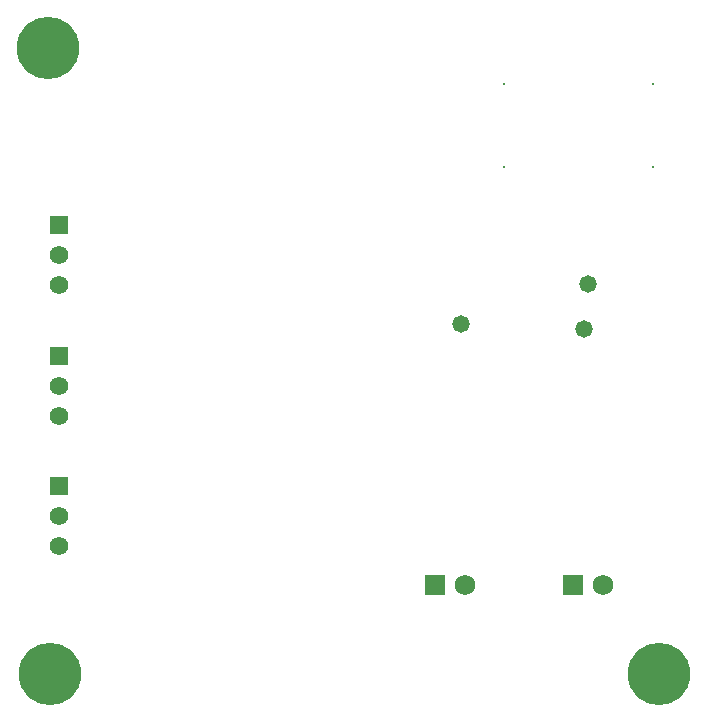
<source format=gbs>
G04*
G04 #@! TF.GenerationSoftware,Altium Limited,Altium Designer,25.8.1 (18)*
G04*
G04 Layer_Color=16711935*
%FSLAX44Y44*%
%MOMM*%
G71*
G04*
G04 #@! TF.SameCoordinates,71B8C197-EE49-42B5-B996-358C315723FC*
G04*
G04*
G04 #@! TF.FilePolarity,Negative*
G04*
G01*
G75*
%ADD38C,5.2832*%
%ADD39C,1.5700*%
%ADD40R,1.5700X1.5700*%
%ADD41R,1.7532X1.7532*%
%ADD42R,0.2032X0.2032*%
%ADD43C,1.7532*%
%ADD44C,1.4732*%
D38*
X396240Y289560D02*
D03*
X394970Y819150D02*
D03*
X911860Y289560D02*
D03*
D39*
X403860Y508000D02*
D03*
Y533400D02*
D03*
Y422910D02*
D03*
Y397510D02*
D03*
Y643890D02*
D03*
Y618490D02*
D03*
D40*
Y558800D02*
D03*
Y448310D02*
D03*
Y669290D02*
D03*
D41*
X722630Y364490D02*
D03*
X839470D02*
D03*
D42*
X906780Y718670D02*
D03*
Y788670D02*
D03*
X781050Y718670D02*
D03*
Y788670D02*
D03*
D43*
X748030Y364490D02*
D03*
X864870D02*
D03*
D44*
X848360Y581660D02*
D03*
X744220Y585470D02*
D03*
X852170Y619760D02*
D03*
M02*

</source>
